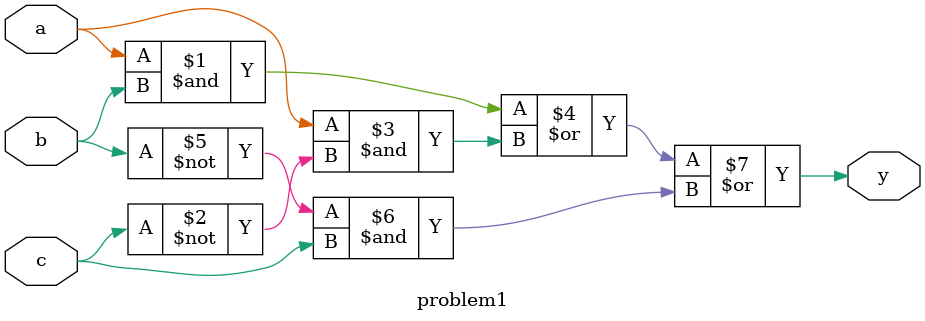
<source format=sv>
module problem1(
    input  logic a,b,c,
    output logic y
);

assign y = (a & b) | (a & ~c) | (~b & c);

endmodule 
</source>
